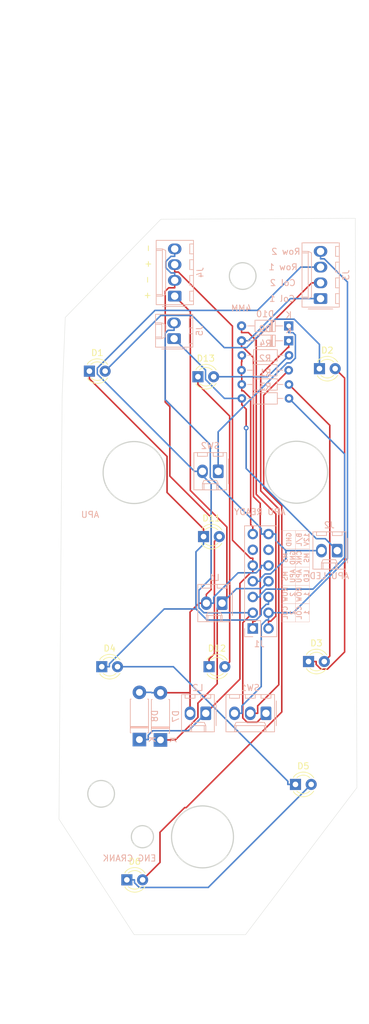
<source format=kicad_pcb>
(kicad_pcb (version 20221018) (generator pcbnew)
  (layers (0 "F.Cu" signal) (31 "B.Cu" signal) (34 "B.Paste" user) (35 "F.Paste" user) (36 "B.SilkS" user "B.Silkscreen") (37 "F.SilkS" user "F.Silkscreen") (38 "B.Mask" user) (39 "F.Mask" user) (44 "Edge.Cuts" user))
  (net 0 "")
  (net 1 "Net-(D1-Pad2)")
  (net 2 "Net-(D2-Pad2)")
  (net 3 "Net-(D3-Pad2)")
  (net 4 "Net-(D5-Pad2)")
  (net 5 "Net-(D6-Pad2)")
  (net 6 "/BACKLIGHT_GND")
  (net 7 "Net-(D4-Pad2)")
  (net 8 "/APU_MAG_SW")
  (net 9 "/MAG_GND")
  (net 10 "/CRANK_MAG_SW")
  (net 11 "/Col1")
  (net 12 "/Col2")
  (net 13 "/Row1")
  (net 14 "/Row2")
  (net 15 "/APU_LED_RES")
  (net 16 "GND")
  (net 19 "/BACKLIGHT_12V")
  (net 20 "/APU_LED")
  (net 21 "Net-(D9-Pad1)")
  (net 22 "Net-(D10-Pad1)")
  (net 23 "Net-(D11-Pad2)")
  (net 24 "Net-(R4-Pad1)")
  (net 25 "Net-(D12-Pad2)")
  (footprint "LED_THT:LED_D3.0mm_FlatTop" (layer "F.Cu") (at 58.775 78.85)
    (fp_text reference "D1" (at 1.27 -2.96) (layer "F.SilkS"))
    (fp_text value "LED")
    (pad "1" thru_hole rect (at 0 0) (size 1.8 1.8) (drill 0.9) (layers "*.Cu" "*.Mask") (net 6 "/BACKLIGHT_GND"))
    (pad "2" thru_hole circle (at 2.54 0) (size 1.8 1.8) (drill 0.9) (layers "*.Cu" "*.Mask") (net 1 "Net-(D1-Pad2)"))
  )
  (footprint "LED_THT:LED_D3.0mm_FlatTop" (layer "F.Cu") (at 76.3 79.75)
    (fp_text reference "D13" (at 1.27 -2.96) (layer "F.SilkS"))
    (fp_text value "LED")
    (pad "1" thru_hole rect (at 0 0) (size 1.8 1.8) (drill 0.9) (layers "*.Cu" "*.Mask") (net 25 "Net-(D12-Pad2)"))
    (pad "2" thru_hole circle (at 2.54 0) (size 1.8 1.8) (drill 0.9) (layers "*.Cu" "*.Mask") (net 24 "Net-(R4-Pad1)"))
  )
  (footprint "LED_THT:LED_D3.0mm_FlatTop" (layer "F.Cu") (at 92.05 145.55)
    (fp_text reference "D5" (at 1.27 -2.96) (layer "F.SilkS"))
    (fp_text value "LED")
    (pad "1" thru_hole rect (at 0 0) (size 1.8 1.8) (drill 0.9) (layers "*.Cu" "*.Mask") (net 7 "Net-(D4-Pad2)"))
    (pad "2" thru_hole circle (at 2.54 0) (size 1.8 1.8) (drill 0.9) (layers "*.Cu" "*.Mask") (net 4 "Net-(D5-Pad2)"))
  )
  (footprint "LED_THT:LED_D3.0mm_FlatTop" (layer "F.Cu") (at 94.165 125.715)
    (fp_text reference "D3" (at 1.27 -2.96) (layer "F.SilkS"))
    (fp_text value "LED")
    (pad "1" thru_hole rect (at 0 0) (size 1.8 1.8) (drill 0.9) (layers "*.Cu" "*.Mask") (net 2 "Net-(D2-Pad2)"))
    (pad "2" thru_hole circle (at 2.54 0) (size 1.8 1.8) (drill 0.9) (layers "*.Cu" "*.Mask") (net 3 "Net-(D3-Pad2)"))
  )
  (footprint "LED_THT:LED_D3.0mm_FlatTop" (layer "F.Cu") (at 78.1 126.55)
    (fp_text reference "D12" (at 1.27 -2.96) (layer "F.SilkS"))
    (fp_text value "LED")
    (pad "1" thru_hole rect (at 0 0) (size 1.8 1.8) (drill 0.9) (layers "*.Cu" "*.Mask") (net 23 "Net-(D11-Pad2)"))
    (pad "2" thru_hole circle (at 2.54 0) (size 1.8 1.8) (drill 0.9) (layers "*.Cu" "*.Mask") (net 25 "Net-(D12-Pad2)"))
  )
  (footprint "LED_THT:LED_D3.0mm_FlatTop" (layer "F.Cu") (at 64.825 160.95)
    (fp_text reference "D6" (at 1.27 -2.96) (layer "F.SilkS"))
    (fp_text value "LED")
    (pad "1" thru_hole rect (at 0 0) (size 1.8 1.8) (drill 0.9) (layers "*.Cu" "*.Mask") (net 4 "Net-(D5-Pad2)"))
    (pad "2" thru_hole circle (at 2.54 0) (size 1.8 1.8) (drill 0.9) (layers "*.Cu" "*.Mask") (net 5 "Net-(D6-Pad2)"))
  )
  (footprint "LED_THT:LED_D3.0mm_FlatTop" (layer "F.Cu") (at 95.925 78.45)
    (fp_text reference "D2" (at 1.27 -2.96) (layer "F.SilkS"))
    (fp_text value "LED")
    (pad "1" thru_hole rect (at 0 0) (size 1.8 1.8) (drill 0.9) (layers "*.Cu" "*.Mask") (net 1 "Net-(D1-Pad2)"))
    (pad "2" thru_hole circle (at 2.54 0) (size 1.8 1.8) (drill 0.9) (layers "*.Cu" "*.Mask") (net 2 "Net-(D2-Pad2)"))
  )
  (footprint "LED_THT:LED_D3.0mm_FlatTop" (layer "F.Cu") (at 77.21 105.55)
    (fp_text reference "D11" (at 1.27 -2.96) (layer "F.SilkS"))
    (fp_text value "LED")
    (pad "1" thru_hole rect (at 0 0) (size 1.8 1.8) (drill 0.9) (layers "*.Cu" "*.Mask") (net 6 "/BACKLIGHT_GND"))
    (pad "2" thru_hole circle (at 2.54 0) (size 1.8 1.8) (drill 0.9) (layers "*.Cu" "*.Mask") (net 23 "Net-(D11-Pad2)"))
  )
  (footprint "LED_THT:LED_D3.0mm_FlatTop" (layer "F.Cu") (at 60.775 126.55)
    (fp_text reference "D4" (at 1.27 -2.96) (layer "F.SilkS"))
    (fp_text value "LED")
    (pad "1" thru_hole rect (at 0 0) (size 1.8 1.8) (drill 0.9) (layers "*.Cu" "*.Mask") (net 6 "/BACKLIGHT_GND"))
    (pad "2" thru_hole circle (at 2.54 0) (size 1.8 1.8) (drill 0.9) (layers "*.Cu" "*.Mask") (net 7 "Net-(D4-Pad2)"))
  )
  (footprint "Diode_THT:D_DO-34_SOD68_P7.62mm_Horizontal" (layer "B.Cu") (at 90.965 71.55 180)
    (fp_text reference "D10" (at 3.81 1.92) (layer "B.SilkS") (effects (justify mirror)))
    (fp_text value "D")
    (fp_text user "K" (at 0 1.75) (layer "B.SilkS") (effects (justify mirror)))
    (pad "1" thru_hole rect (at 0 0 180) (size 1.5 1.5) (drill 0.75) (layers "*.Cu" "*.Mask") (net 22 "Net-(D10-Pad1)"))
    (pad "2" thru_hole oval (at 7.62 0 180) (size 1.5 1.5) (drill 0.75) (layers "*.Cu" "*.Mask") (net 12 "/Col2"))
  )
  (footprint "Connector_PinHeader_2.54mm:PinHeader_2x07_P2.54mm_Vertical" (layer "B.Cu") (at 85.16 120.38)
    (fp_text reference "J1" (at 1.05 2.5) (layer "B.SilkS") (effects (justify mirror)))
    (fp_text value "Conn_02x07_Top_Bottom")
    (pad "1" thru_hole rect (at 0 0) (size 1.7 1.7) (drill 1) (layers "*.Cu" "*.Mask") (net 11 "/Col1"))
    (pad "2" thru_hole oval (at 2.54 0) (size 1.7 1.7) (drill 1) (layers "*.Cu" "*.Mask") (net 12 "/Col2"))
    (pad "3" thru_hole oval (at 0 -2.54) (size 1.7 1.7) (drill 1) (layers "*.Cu" "*.Mask") (net 13 "/Row1"))
    (pad "4" thru_hole oval (at 2.54 -2.54) (size 1.7 1.7) (drill 1) (layers "*.Cu" "*.Mask") (net 14 "/Row2"))
    (pad "5" thru_hole oval (at 0 -5.08) (size 1.7 1.7) (drill 1) (layers "*.Cu" "*.Mask") (net 15 "/APU_LED_RES"))
    (pad "6" thru_hole oval (at 2.54 -5.08) (size 1.7 1.7) (drill 1) (layers "*.Cu" "*.Mask") (net 6 "/BACKLIGHT_GND"))
    (pad "7" thru_hole oval (at 0 -7.62) (size 1.7 1.7) (drill 1) (layers "*.Cu" "*.Mask") (net 16 "GND"))
    (pad "8" thru_hole oval (at 2.54 -7.62) (size 1.7 1.7) (drill 1) (layers "*.Cu" "*.Mask") (net 8 "/APU_MAG_SW"))
    (pad "9" thru_hole oval (at 0 -10.16) (size 1.7 1.7) (drill 1) (layers "*.Cu" "*.Mask") (net 10 "/CRANK_MAG_SW"))
    (pad "10" thru_hole oval (at 2.54 -10.16) (size 1.7 1.7) (drill 1) (layers "*.Cu" "*.Mask") (net 9 "/MAG_GND"))
    (pad "11" thru_hole oval (at 0 -12.7) (size 1.7 1.7) (drill 1) (layers "*.Cu" "*.Mask"))
    (pad "12" thru_hole oval (at 2.54 -12.7) (size 1.7 1.7) (drill 1) (layers "*.Cu" "*.Mask"))
    (pad "13" thru_hole oval (at 0 -15.24) (size 1.7 1.7) (drill 1) (layers "*.Cu" "*.Mask") (net 19 "/BACKLIGHT_12V"))
    (pad "14" thru_hole oval (at 2.54 -15.24) (size 1.7 1.7) (drill 1) (layers "*.Cu" "*.Mask") (net 16 "GND"))
  )
  (footprint "Diode_THT:D_DO-34_SOD68_P7.62mm_Horizontal" (layer "B.Cu") (at 90.965 73.95 180)
    (fp_text reference "D9" (at 3.81 1.92) (layer "B.SilkS") (effects (justify mirror)))
    (fp_text value "D")
    (fp_text user "K" (at 0 1.75) (layer "B.SilkS") (effects (justify mirror)))
    (pad "1" thru_hole rect (at 0 0 180) (size 1.5 1.5) (drill 0.75) (layers "*.Cu" "*.Mask") (net 21 "Net-(D9-Pad1)"))
    (pad "2" thru_hole oval (at 7.62 0 180) (size 1.5 1.5) (drill 0.75) (layers "*.Cu" "*.Mask") (net 11 "/Col1"))
  )
  (footprint "Resistor_THT:R_Axial_DIN0204_L3.6mm_D1.6mm_P7.62mm_Horizontal" (layer "B.Cu") (at 91 81 180)
    (fp_text reference "R1" (at 3.81 1.92) (layer "B.SilkS") (effects (justify mirror)))
    (fp_text value "R")
    (pad "1" thru_hole circle (at 0 0 180) (size 1.4 1.4) (drill 0.7) (layers "*.Cu" "*.Mask") (net 3 "Net-(D3-Pad2)"))
    (pad "2" thru_hole oval (at 7.62 0 180) (size 1.4 1.4) (drill 0.7) (layers "*.Cu" "*.Mask") (net 19 "/BACKLIGHT_12V"))
  )
  (footprint "Resistor_THT:R_Axial_DIN0204_L3.6mm_D1.6mm_P7.62mm_Horizontal" (layer "B.Cu") (at 91.01 76.3 180)
    (fp_text reference "R4" (at 3.81 1.92) (layer "B.SilkS") (effects (justify mirror)))
    (fp_text value "R")
    (pad "1" thru_hole circle (at 0 0 180) (size 1.4 1.4) (drill 0.7) (layers "*.Cu" "*.Mask") (net 24 "Net-(R4-Pad1)"))
    (pad "2" thru_hole oval (at 7.62 0 180) (size 1.4 1.4) (drill 0.7) (layers "*.Cu" "*.Mask") (net 19 "/BACKLIGHT_12V"))
  )
  (footprint "Connector_Molex:Molex_KK-254_AE-6410-04A_1x04_P2.54mm_Vertical" (layer "B.Cu") (at 96.1 67.14 90)
    (fp_text reference "J3" (at 3.81 4.12 90) (layer "B.SilkS") (effects (justify mirror)))
    (fp_text value "Switch Inputs")
    (pad "1" thru_hole roundrect (at 0 0 90) (size 1.74 2.19) (drill 1.19) (layers "*.Cu" "*.Mask") (roundrect_rratio 0.143678) (net 11 "/Col1"))
    (pad "2" thru_hole oval (at 2.54 0 90) (size 1.74 2.19) (drill 1.19) (layers "*.Cu" "*.Mask") (net 12 "/Col2"))
    (pad "3" thru_hole oval (at 5.08 0 90) (size 1.74 2.19) (drill 1.19) (layers "*.Cu" "*.Mask") (net 13 "/Row1"))
    (pad "4" thru_hole oval (at 7.62 0 90) (size 1.74 2.19) (drill 1.19) (layers "*.Cu" "*.Mask") (net 14 "/Row2"))
  )
  (footprint "Connector_Molex:Molex_KK-254_AE-6410-03A_1x03_P2.54mm_Vertical" (layer "B.Cu") (at 87.29 134.07 180)
    (fp_text reference "SW1" (at 2.54 4.12) (layer "B.SilkS") (effects (justify mirror)))
    (fp_text value "ENG CRANK")
    (pad "1" thru_hole roundrect (at 0 0 180) (size 1.74 2.19) (drill 1.19) (layers "*.Cu" "*.Mask") (roundrect_rratio 0.143678) (net 13 "/Row1"))
    (pad "2" thru_hole oval (at 2.54 0 180) (size 1.74 2.19) (drill 1.19) (layers "*.Cu" "*.Mask") (net 21 "Net-(D9-Pad1)"))
    (pad "3" thru_hole oval (at 5.08 0 180) (size 1.74 2.19) (drill 1.19) (layers "*.Cu" "*.Mask") (net 14 "/Row2"))
  )
  (footprint "Resistor_THT:R_Axial_DIN0204_L3.6mm_D1.6mm_P7.62mm_Horizontal" (layer "B.Cu") (at 90.96 78.7 180)
    (fp_text reference "R2" (at 3.81 1.92) (layer "B.SilkS") (effects (justify mirror)))
    (fp_text value "R")
    (pad "1" thru_hole circle (at 0 0 180) (size 1.4 1.4) (drill 0.7) (layers "*.Cu" "*.Mask") (net 5 "Net-(D6-Pad2)"))
    (pad "2" thru_hole oval (at 7.62 0 180) (size 1.4 1.4) (drill 0.7) (layers "*.Cu" "*.Mask") (net 19 "/BACKLIGHT_12V"))
  )
  (footprint "Diode_THT:D_DO-41_SOD81_P7.62mm_Horizontal" (layer "B.Cu") (at 70.25 138.37 90)
    (fp_text reference "D7" (at 3.81 2.47 270) (layer "B.SilkS") (effects (justify mirror)))
    (fp_text value "D")
    (fp_text user "K" (at 0 2.1 270) (layer "B.SilkS") (effects (justify mirror)))
    (pad "1" thru_hole rect (at 0 0 90) (size 2.2 2.2) (drill 1.1) (layers "*.Cu" "*.Mask") (net 8 "/APU_MAG_SW"))
    (pad "2" thru_hole oval (at 7.62 0 90) (size 2.2 2.2) (drill 1.1) (layers "*.Cu" "*.Mask") (net 9 "/MAG_GND"))
  )
  (footprint "Diode_THT:D_DO-41_SOD81_P7.62mm_Horizontal" (layer "B.Cu") (at 66.85 138.31 90)
    (fp_text reference "D8" (at 3.81 2.47 270) (layer "B.SilkS") (effects (justify mirror)))
    (fp_text value "D")
    (fp_text user "K" (at 0 2.1 270) (layer "B.SilkS") (effects (justify mirror)))
    (pad "1" thru_hole rect (at 0 0 90) (size 2.2 2.2) (drill 1.1) (layers "*.Cu" "*.Mask") (net 10 "/CRANK_MAG_SW"))
    (pad "2" thru_hole oval (at 7.62 0 90) (size 2.2 2.2) (drill 1.1) (layers "*.Cu" "*.Mask") (net 9 "/MAG_GND"))
  )
  (footprint "Connector_Molex:Molex_KK-254_AE-6410-02A_1x02_P2.54mm_Vertical" (layer "B.Cu") (at 72.45 73.6 90)
    (fp_text reference "J5" (at 1.27 4.12 90) (layer "B.SilkS") (effects (justify mirror)))
    (fp_text value "Ready LED In")
    (pad "1" thru_hole roundrect (at 0 0 90) (size 1.74 2.19) (drill 1.19) (layers "*.Cu" "*.Mask") (roundrect_rratio 0.143678) (net 20 "/APU_LED"))
    (pad "2" thru_hole oval (at 2.54 0 90) (size 1.74 2.19) (drill 1.19) (layers "*.Cu" "*.Mask") (net 16 "GND"))
  )
  (footprint "Connector_Molex:Molex_KK-254_AE-6410-02A_1x02_P2.54mm_Vertical" (layer "B.Cu") (at 80.2 116.3 180)
    (fp_text reference "L1" (at 1.27 4.12) (layer "B.SilkS") (effects (justify mirror)))
    (fp_text value "APU Coil")
    (pad "1" thru_hole roundrect (at 0 0 180) (size 1.74 2.19) (drill 1.19) (layers "*.Cu" "*.Mask") (roundrect_rratio 0.143678) (net 8 "/APU_MAG_SW"))
    (pad "2" thru_hole oval (at 2.54 0 180) (size 1.74 2.19) (drill 1.19) (layers "*.Cu" "*.Mask") (net 9 "/MAG_GND"))
  )
  (footprint "Connector_Molex:Molex_KK-254_AE-6410-02A_1x02_P2.54mm_Vertical" (layer "B.Cu") (at 98.79 107.815 180)
    (fp_text reference "J2" (at 1.27 4.12) (layer "B.SilkS") (effects (justify mirror)))
    (fp_text value "APU LED" (at 1.27 -4.08) (layer "B.SilkS") (effects (justify mirror)))
    (pad "1" thru_hole roundrect (at 0 0 180) (size 1.74 2.19) (drill 1.19) (layers "*.Cu" "*.Mask") (roundrect_rratio 0.143678) (net 20 "/APU_LED"))
    (pad "2" thru_hole oval (at 2.54 0 180) (size 1.74 2.19) (drill 1.19) (layers "*.Cu" "*.Mask") (net 16 "GND"))
  )
  (footprint "Connector_Molex:Molex_KK-254_AE-6410-02A_1x02_P2.54mm_Vertical" (layer "B.Cu") (at 77.57 134.07 180)
    (fp_text reference "L2" (at 1.27 4.12) (layer "B.SilkS") (effects (justify mirror)))
    (fp_text value "Crank Coil")
    (pad "1" thru_hole roundrect (at 0 0 180) (size 1.74 2.19) (drill 1.19) (layers "*.Cu" "*.Mask") (roundrect_rratio 0.143678) (net 10 "/CRANK_MAG_SW"))
    (pad "2" thru_hole oval (at 2.54 0 180) (size 1.74 2.19) (drill 1.19) (layers "*.Cu" "*.Mask") (net 9 "/MAG_GND"))
  )
  (footprint "Resistor_THT:R_Axial_DIN0204_L3.6mm_D1.6mm_P7.62mm_Horizontal" (layer "B.Cu") (at 91.01 83.25 180)
    (fp_text reference "R3" (at 3.81 1.92) (layer "B.SilkS") (effects (justify mirror)))
    (fp_text value "R")
    (pad "1" thru_hole circle (at 0 0 180) (size 1.4 1.4) (drill 0.7) (layers "*.Cu" "*.Mask") (net 15 "/APU_LED_RES"))
    (pad "2" thru_hole oval (at 7.62 0 180) (size 1.4 1.4) (drill 0.7) (layers "*.Cu" "*.Mask") (net 20 "/APU_LED"))
  )
  (footprint "Connector_Molex:Molex_KK-254_AE-6410-02A_1x02_P2.54mm_Vertical" (layer "B.Cu") (at 79.57 95.02 180)
    (fp_text reference "SW2" (at 1.27 4.12) (layer "B.SilkS") (effects (justify mirror)))
    (fp_text value "APU")
    (pad "1" thru_hole roundrect (at 0 0 180) (size 1.74 2.19) (drill 1.19) (layers "*.Cu" "*.Mask") (roundrect_rratio 0.143678) (net 22 "Net-(D10-Pad1)"))
    (pad "2" thru_hole oval (at 2.54 0 180) (size 1.74 2.19) (drill 1.19) (layers "*.Cu" "*.Mask") (net 13 "/Row1"))
  )
  (footprint "Connector_Molex:Molex_KK-254_AE-6410-04A_1x04_P2.54mm_Vertical" (layer "B.Cu") (at 72.55 66.74 90)
    (fp_text reference "J4" (at 3.81 4.12 90) (layer "B.SilkS") (effects (justify mirror)))
    (fp_text value "Coil Inputs")
    (pad "1" thru_hole roundrect (at 0 0 90) (size 1.74 2.19) (drill 1.19) (layers "*.Cu" "*.Mask") (roundrect_rratio 0.143678) (net 8 "/APU_MAG_SW"))
    (pad "2" thru_hole oval (at 2.54 0 90) (size 1.74 2.19) (drill 1.19) (layers "*.Cu" "*.Mask") (net 9 "/MAG_GND"))
    (pad "3" thru_hole oval (at 5.08 0 90) (size 1.74 2.19) (drill 1.19) (layers "*.Cu" "*.Mask") (net 10 "/CRANK_MAG_SW"))
    (pad "4" thru_hole oval (at 7.62 0 90) (size 1.74 2.19) (drill 1.19) (layers "*.Cu" "*.Mask") (net 9 "/MAG_GND"))
  )
  (gr_rect (start 89.8 116.375) (end 92.05 119.325) (stroke (width 0.05)) (fill none) (layer "B.SilkS"))
  (gr_rect (start 89.8 113.425) (end 92.05 116.375) (stroke (width 0.05)) (fill none) (layer "B.SilkS"))
  (gr_rect (start 92.05 107.525) (end 94.3 110.475) (stroke (width 0.05)) (fill none) (layer "B.SilkS"))
  (gr_rect (start 92.05 113.425) (end 94.3 116.375) (stroke (width 0.05)) (fill none) (layer "B.SilkS"))
  (gr_rect (start 92.05 104.575) (end 94.3 107.525) (stroke (width 0.05)) (fill none) (layer "B.SilkS"))
  (gr_rect (start 89.8 104.575) (end 92.05 107.525) (stroke (width 0.05)) (fill none) (layer "B.SilkS"))
  (gr_rect (start 89.8 107.525) (end 92.05 110.475) (stroke (width 0.05)) (fill none) (layer "B.SilkS"))
  (gr_rect (start 92.05 110.475) (end 94.3 113.425) (stroke (width 0.05)) (fill none) (layer "B.SilkS"))
  (gr_rect (start 89.8 110.475) (end 92.05 113.425) (stroke (width 0.05)) (fill none) (layer "B.SilkS"))
  (gr_rect (start 92.05 116.375) (end 94.3 119.325) (stroke (width 0.05)) (fill none) (layer "B.SilkS"))
  (gr_circle (center 60.67 147.066001) (end 62.82265 147.066001) (stroke (width 0.2)) (fill none) (layer "Edge.Cuts"))
  (gr_line (start 101.970401 146.0754) (end 101.716401 54.1782) (stroke (width 0.05)) (layer "Edge.Cuts"))
  (gr_line (start 70.322001 54.3306) (end 54.878801 70.1802) (stroke (width 0.05)) (layer "Edge.Cuts"))
  (gr_circle (center 83.53 63.500001) (end 85.68265 63.500001) (stroke (width 0.2)) (fill none) (layer "Edge.Cuts"))
  (gr_line (start 101.716401 54.1782) (end 70.322001 54.3306) (stroke (width 0.05)) (layer "Edge.Cuts"))
  (gr_line (start 54.370801 82.9818) (end 53.862801 151.1554) (stroke (width 0.05)) (layer "Edge.Cuts"))
  (gr_line (start 53.862801 151.1554) (end 66.004001 169.799) (stroke (width 0.05)) (layer "Edge.Cuts"))
  (gr_circle (center 92.240001 95.165) (end 97.240001 95.165) (stroke (width 0.2)) (fill none) (layer "Edge.Cuts"))
  (gr_circle (center 67.337501 153.987501) (end 69.123501 153.987501) (stroke (width 0.2)) (fill none) (layer "Edge.Cuts"))
  (gr_line (start 54.878801 70.1802) (end 54.370801 82.9818) (stroke (width 0.05)) (layer "Edge.Cuts"))
  (gr_circle (center 77.040001 154.015) (end 82.040001 154.015) (stroke (width 0.2)) (fill none) (layer "Edge.Cuts"))
  (gr_line (start 66.004001 169.799) (end 83.987201 169.799) (stroke (width 0.05)) (layer "Edge.Cuts"))
  (gr_line (start 83.987201 169.799) (end 101.970401 146.0754) (stroke (width 0.05)) (layer "Edge.Cuts"))
  (gr_circle (center 65.990001 95.215) (end 70.990001 95.215) (stroke (width 0.2)) (fill none) (layer "Edge.Cuts"))
  (gr_text "ENG CRANK" (at 65.240001 157.465) (layer "B.SilkS") (effects (font (size 1 1)) (justify mirror)))
  (gr_text "Col 1" (at 89.9 67.15) (layer "B.SilkS") (effects (font (size 1 1)) (justify mirror)))
  (gr_text "CNK\nMS" (at 93.25 108.975 90) (layer "B.SilkS") (effects (font (size 0.75 0.75)) (justify mirror)))
  (gr_text "MS\nGND" (at 91 108.975 90) (layer "B.SilkS") (effects (font (size 0.75 0.75)) (justify mirror)))
  (gr_text "COL\n1" (at 93.25 117.825 90) (layer "B.SilkS") (effects (font (size 0.75 0.75)) (justify mirror)))
  (gr_text "GND" (at 91 106.025 90) (layer "B.SilkS") (effects (font (size 0.75 0.75)) (justify mirror)))
  (gr_text "B/L\n12V" (at 93.25 106.025 90) (layer "B.SilkS") (effects (font (size 0.75 0.75)) (justify mirror)))
  (gr_text "MS\nAPU" (at 91 111.925 90) (layer "B.SilkS") (effects (font (size 0.75 0.75)) (justify mirror)))
  (gr_text "APU READY" (at 86.290001 101.565) (layer "B.SilkS") (effects (font (size 1 1)) (justify mirror)))
  (gr_text "Col 2" (at 90 64.6) (layer "B.SilkS") (effects (font (size 1 1)) (justify mirror)))
  (gr_text "Row 1" (at 90.05 62.05) (layer "B.SilkS") (effects (font (size 1 1)) (justify mirror)))
  (gr_text "ROW\n2" (at 91 114.875 90) (layer "B.SilkS") (effects (font (size 0.75 0.75)) (justify mirror)))
  (gr_text "4MM" (at 83.290001 68.715) (layer "B.SilkS") (effects (font (size 1 1)) (justify mirror)))
  (gr_text "APU\nLED" (at 93.25 111.925 90) (layer "B.SilkS") (effects (font (size 0.75 0.75)) (justify mirror)))
  (gr_text "COL\n2" (at 91 117.825 90) (layer "B.SilkS") (effects (font (size 0.75 0.75)) (justify mirror)))
  (gr_text "Row 2" (at 90.5 59.55) (layer "B.SilkS") (effects (font (size 1 1)) (justify mirror)))
  (gr_text "ROW\n1" (at 93.25 114.875 90) (layer "B.SilkS") (effects (font (size 0.75 0.75)) (justify mirror)))
  (gr_text "APU" (at 58.890001 102.015) (layer "B.SilkS") (effects (font (size 1 1)) (justify mirror)))
  (gr_text "+" (at 68.227 61.56 90) (layer "F.SilkS") (effects (font (size 1 1))))
  (gr_text "-" (at 68.1 64.1 90) (layer "F.SilkS") (effects (font (size 1 1))))
  (gr_text "-" (at 68.227 59.02 90) (layer "F.SilkS") (effects (font (size 1 1))))
  (gr_text "+" (at 68.1 66.64 90) (layer "F.SilkS") (effects (font (size 1 1))))
  (segment (start 95.925 78.45) (end 95.925 74.5377) (width 0.25) (layer "B.Cu") (net 1))
  (segment (start 80.5551 75.0554) (end 75.3627 69.863) (width 0.25) (layer "B.Cu") (net 1))
  (segment (start 70.302 69.863) (end 61.315 78.85) (width 0.25) (layer "B.Cu") (net 1))
  (segment (start 95.925 74.5377) (end 91.85 70.4627) (width 0.25) (layer "B.Cu") (net 1))
  (segment (start 75.3627 69.863) (end 70.302 69.863) (width 0.25) (layer "B.Cu") (net 1))
  (segment (start 84.1651 75.0554) (end 80.5551 75.0554) (width 0.25) (layer "B.Cu") (net 1))
  (segment (start 91.85 70.4627) (end 88.7578 70.4627) (width 0.25) (layer "B.Cu") (net 1))
  (segment (start 88.7578 70.4627) (end 84.1651 75.0554) (width 0.25) (layer "B.Cu") (net 1))
  (segment (start 98.465 78.45) (end 99.9885 79.9735) (width 0.25) (layer "F.Cu") (net 2))
  (segment (start 99.9885 79.9735) (end 99.9885 124.1696) (width 0.25) (layer "F.Cu") (net 2))
  (segment (start 95.3903 126.1746) (end 95.3903 125.715) (width 0.25) (layer "F.Cu") (net 2))
  (segment (start 96.156 126.9403) (end 95.3903 126.1746) (width 0.25) (layer "F.Cu") (net 2))
  (segment (start 99.9885 124.1696) (end 97.2178 126.9403) (width 0.25) (layer "F.Cu") (net 2))
  (segment (start 97.2178 126.9403) (end 96.156 126.9403) (width 0.25) (layer "F.Cu") (net 2))
  (segment (start 94.165 125.715) (end 95.3903 125.715) (width 0.25) (layer "F.Cu") (net 2))
  (segment (start 97.5936 87.5936) (end 97.5936 124.8264) (width 0.25) (layer "F.Cu") (net 3))
  (segment (start 91 81) (end 97.5936 87.5936) (width 0.25) (layer "F.Cu") (net 3))
  (segment (start 97.5936 124.8264) (end 96.705 125.715) (width 0.25) (layer "F.Cu") (net 3))
  (segment (start 64.825 160.95) (end 66.0503 160.95) (width 0.25) (layer "B.Cu") (net 4))
  (segment (start 66.8174 162.1766) (end 77.9634 162.1766) (width 0.25) (layer "B.Cu") (net 4))
  (segment (start 77.9634 162.1766) (end 94.59 145.55) (width 0.25) (layer "B.Cu") (net 4))
  (segment (start 66.0503 161.4095) (end 66.8174 162.1766) (width 0.25) (layer "B.Cu") (net 4))
  (segment (start 66.0503 160.95) (end 66.0503 161.4095) (width 0.25) (layer "B.Cu") (net 4))
  (segment (start 89.8406 100.6171) (end 89.8406 133.8583) (width 0.25) (layer "F.Cu") (net 5))
  (segment (start 86.9127 97.6892) (end 89.8406 100.6171) (width 0.25) (layer "F.Cu") (net 5))
  (segment (start 90.96 78.7) (end 86.9127 82.7473) (width 0.25) (layer "F.Cu") (net 5))
  (segment (start 70.176 153.2704) (end 70.176 158.139) (width 0.25) (layer "F.Cu") (net 5))
  (segment (start 86.9127 82.7473) (end 86.9127 97.6892) (width 0.25) (layer "F.Cu") (net 5))
  (segment (start 74.1583 149.2881) (end 70.176 153.2704) (width 0.25) (layer "F.Cu") (net 5))
  (segment (start 74.4108 149.2881) (end 74.1583 149.2881) (width 0.25) (layer "F.Cu") (net 5))
  (segment (start 89.8406 133.8583) (end 74.4108 149.2881) (width 0.25) (layer "F.Cu") (net 5))
  (segment (start 70.176 158.139) (end 67.365 160.95) (width 0.25) (layer "F.Cu") (net 5))
  (segment (start 71.3154 98.4301) (end 71.3154 92.6157) (width 0.25) (layer "F.Cu") (net 6))
  (segment (start 77.21 105.55) (end 77.21 104.3247) (width 0.25) (layer "F.Cu") (net 6))
  (segment (start 77.21 104.3247) (end 71.3154 98.4301) (width 0.25) (layer "F.Cu") (net 6))
  (segment (start 71.3154 92.6157) (end 58.775 80.0753) (width 0.25) (layer "F.Cu") (net 6))
  (segment (start 58.775 78.85) (end 58.775 80.0753) (width 0.25) (layer "F.Cu") (net 6))
  (segment (start 60.775 126.55) (end 62.0003 126.55) (width 0.25) (layer "B.Cu") (net 6))
  (segment (start 77.21 105.55) (end 77.21 106.7753) (width 0.25) (layer "B.Cu") (net 6))
  (segment (start 62.0003 126.0905) (end 70.8591 117.2317) (width 0.25) (layer "B.Cu") (net 6))
  (segment (start 75.9847 108.0006) (end 77.21 106.7753) (width 0.25) (layer "B.Cu") (net 6))
  (segment (start 85.7092 119.019) (end 77.772 119.019) (width 0.25) (layer "B.Cu") (net 6))
  (segment (start 62.0003 126.55) (end 62.0003 126.0905) (width 0.25) (layer "B.Cu") (net 6))
  (segment (start 77.772 119.019) (end 75.9847 117.2317) (width 0.25) (layer "B.Cu") (net 6))
  (segment (start 75.9847 117.2317) (end 75.9847 108.0006) (width 0.25) (layer "B.Cu") (net 6))
  (segment (start 87.7 115.3) (end 87.7 116.4753) (width 0.25) (layer "B.Cu") (net 6))
  (segment (start 86.5247 118.2035) (end 85.7092 119.019) (width 0.25) (layer "B.Cu") (net 6))
  (segment (start 70.8591 117.2317) (end 75.9847 117.2317) (width 0.25) (layer "B.Cu") (net 6))
  (segment (start 86.5247 117.2832) (end 86.5247 118.2035) (width 0.25) (layer "B.Cu") (net 6))
  (segment (start 87.7 116.4753) (end 87.3326 116.4753) (width 0.25) (layer "B.Cu") (net 6))
  (segment (start 87.3326 116.4753) (end 86.5247 117.2832) (width 0.25) (layer "B.Cu") (net 6))
  (segment (start 92.05 145.55) (end 90.8247 145.55) (width 0.25) (layer "B.Cu") (net 7))
  (segment (start 90.8247 145.0433) (end 90.8247 145.55) (width 0.25) (layer "B.Cu") (net 7))
  (segment (start 72.3314 126.55) (end 90.8247 145.0433) (width 0.25) (layer "B.Cu") (net 7))
  (segment (start 63.315 126.55) (end 72.3314 126.55) (width 0.25) (layer "B.Cu") (net 7))
  (segment (start 79.4146 129.3069) (end 76.2995 132.422) (width 0.25) (layer "F.Cu") (net 8))
  (segment (start 80.9753 103.9997) (end 80.9753 115.5247) (width 0.25) (layer "F.Cu") (net 8))
  (segment (start 76.2995 134.7253) (end 72.6548 138.37) (width 0.25) (layer "F.Cu") (net 8))
  (segment (start 75.0747 98.0991) (end 80.9753 103.9997) (width 0.25) (layer "F.Cu") (net 8))
  (segment (start 76.2995 132.422) (end 76.2995 134.7253) (width 0.25) (layer "F.Cu") (net 8))
  (segment (start 72.55 66.74) (end 75.0747 69.2647) (width 0.25) (layer "F.Cu") (net 8))
  (segment (start 79.4146 117.0854) (end 79.4146 129.3069) (width 0.25) (layer "F.Cu") (net 8))
  (segment (start 80.9753 115.5247) (end 80.2 116.3) (width 0.25) (layer "F.Cu") (net 8))
  (segment (start 75.0747 69.2647) (end 75.0747 98.0991) (width 0.25) (layer "F.Cu") (net 8))
  (segment (start 72.6548 138.37) (end 70.25 138.37) (width 0.25) (layer "F.Cu") (net 8))
  (segment (start 80.2 116.3) (end 79.4146 117.0854) (width 0.25) (layer "F.Cu") (net 8))
  (segment (start 80.2 116.3) (end 82.5543 113.9457) (width 0.25) (layer "B.Cu") (net 8))
  (segment (start 86.5143 113.9457) (end 87.7 112.76) (width 0.25) (layer "B.Cu") (net 8))
  (segment (start 82.5543 113.9457) (end 86.5143 113.9457) (width 0.25) (layer "B.Cu") (net 8))
  (segment (start 77.66 114.8797) (end 78.4353 114.1044) (width 0.25) (layer "F.Cu") (net 9))
  (segment (start 71.6753 130.75) (end 75.03 130.75) (width 0.25) (layer "F.Cu") (net 9))
  (segment (start 72.55 64.2) (end 72.55 65.3953) (width 0.25) (layer "F.Cu") (net 9))
  (segment (start 71.7657 84.5935) (end 71.0219 83.8497) (width 0.25) (layer "F.Cu") (net 9))
  (segment (start 75.03 130.75) (end 75.03 132.6497) (width 0.25) (layer "F.Cu") (net 9))
  (segment (start 71.7657 95.7864) (end 71.7657 84.5935) (width 0.25) (layer "F.Cu") (net 9))
  (segment (start 71.0219 65.9522) (end 71.5788 65.3953) (width 0.25) (layer "F.Cu") (net 9))
  (segment (start 78.4353 102.456) (end 71.7657 95.7864) (width 0.25) (layer "F.Cu") (net 9))
  (segment (start 75.03 134.07) (end 75.03 132.6497) (width 0.25) (layer "F.Cu") (net 9))
  (segment (start 77.66 116.3) (end 76.4647 116.3) (width 0.25) (layer "F.Cu") (net 9))
  (segment (start 70.25 130.75) (end 71.6753 130.75) (width 0.25) (layer "F.Cu") (net 9))
  (segment (start 78.4353 114.1044) (end 78.4353 102.456) (width 0.25) (layer "F.Cu") (net 9))
  (segment (start 71.5788 65.3953) (end 72.55 65.3953) (width 0.25) (layer "F.Cu") (net 9))
  (segment (start 75.03 130.75) (end 75.03 117.7347) (width 0.25) (layer "F.Cu") (net 9))
  (segment (start 75.03 117.7347) (end 76.4647 116.3) (width 0.25) (layer "F.Cu") (net 9))
  (segment (start 77.66 116.3) (end 77.66 114.8797) (width 0.25) (layer "F.Cu") (net 9))
  (segment (start 71.0219 83.8497) (end 71.0219 65.9522) (width 0.25) (layer "F.Cu") (net 9))
  (segment (start 72.55 60.3153) (end 71.9523 60.3153) (width 0.25) (layer "B.Cu") (net 9))
  (segment (start 71.1155 61.1521) (end 71.1155 62.1678) (width 0.25) (layer "B.Cu") (net 9))
  (segment (start 71.9523 60.3153) (end 71.1155 61.1521) (width 0.25) (layer "B.Cu") (net 9))
  (segment (start 68.7647 130.69) (end 68.8247 130.75) (width 0.25) (layer "B.Cu") (net 9))
  (segment (start 71.9524 63.0047) (end 72.55 63.0047) (width 0.25) (layer "B.Cu") (net 9))
  (segment (start 86.5247 110.5874) (end 86.5247 110.22) (width 0.25) (layer "B.Cu") (net 9))
  (segment (start 78.8553 116.3) (end 78.8553 115.3288) (width 0.25) (layer "B.Cu") (net 9))
  (segment (start 72.55 64.2) (end 72.55 63.0047) (width 0.25) (layer "B.Cu") (net 9))
  (segment (start 77.66 116.3) (end 78.8553 116.3) (width 0.25) (layer "B.Cu") (net 9))
  (segment (start 71.1155 62.1678) (end 71.9524 63.0047) (width 0.25) (layer "B.Cu") (net 9))
  (segment (start 85.7168 111.3953) (end 86.5247 110.5874) (width 0.25) (layer "B.Cu") (net 9))
  (segment (start 72.55 59.12) (end 72.55 60.3153) (width 0.25) (layer "B.Cu") (net 9))
  (segment (start 82.7888 111.3953) (end 85.7168 111.3953) (width 0.25) (layer "B.Cu") (net 9))
  (segment (start 87.7 110.22) (end 86.5247 110.22) (width 0.25) (layer "B.Cu") (net 9))
  (segment (start 66.85 130.69) (end 68.7647 130.69) (width 0.25) (layer "B.Cu") (net 9))
  (segment (start 78.8553 115.3288) (end 82.7888 111.3953) (width 0.25) (layer "B.Cu") (net 9))
  (segment (start 70.25 130.75) (end 68.8247 130.75) (width 0.25) (layer "B.Cu") (net 9))
  (segment (start 84.7927 109.0447) (end 85.16 109.0447) (width 0.25) (layer "F.Cu") (net 10))
  (segment (start 72.55 61.66) (end 72.55 62.8553) (width 0.25) (layer "F.Cu") (net 10))
  (segment (start 85.16 111.3953) (end 84.7926 111.3953) (width 0.25) (layer "F.Cu") (net 10))
  (segment (start 83.0841 128.5559) (end 77.57 134.07) (width 0.25) (layer "F.Cu") (net 10))
  (segment (start 85.16 110.22) (end 85.16 111.3953) (width 0.25) (layer "F.Cu") (net 10))
  (segment (start 84.7926 111.3953) (end 83.0841 113.1038) (width 0.25) (layer "F.Cu") (net 10))
  (segment (start 85.16 110.22) (end 85.16 109.0447) (width 0.25) (layer "F.Cu") (net 10))
  (segment (start 81.876 71.5837) (end 81.876 106.128) (width 0.25) (layer "F.Cu") (net 10))
  (segment (start 83.0841 113.1038) (end 83.0841 128.5559) (width 0.25) (layer "F.Cu") (net 10))
  (segment (start 73.1476 62.8553) (end 81.876 71.5837) (width 0.25) (layer "F.Cu") (net 10))
  (segment (start 81.876 106.128) (end 84.7927 109.0447) (width 0.25) (layer "F.Cu") (net 10))
  (segment (start 72.55 62.8553) (end 73.1476 62.8553) (width 0.25) (layer "F.Cu") (net 10))
  (segment (start 68.2753 137.5973) (end 68.2753 138.31) (width 0.25) (layer "B.Cu") (net 10))
  (segment (start 66.85 138.31) (end 68.2753 138.31) (width 0.25) (layer "B.Cu") (net 10))
  (segment (start 68.9879 136.8847) (end 68.2753 137.5973) (width 0.25) (layer "B.Cu") (net 10))
  (segment (start 77.57 134.07) (end 74.7553 136.8847) (width 0.25) (layer "B.Cu") (net 10))
  (segment (start 74.7553 136.8847) (end 68.9879 136.8847) (width 0.25) (layer "B.Cu") (net 10))
  (segment (start 86.3643 118.3677) (end 86.3643 100.1928) (width 0.25) (layer "F.Cu") (net 11))
  (segment (start 83.6138 75.0253) (end 83.345 75.0253) (width 0.25) (layer "F.Cu") (net 11))
  (segment (start 85.16 120.38) (end 85.16 119.2047) (width 0.25) (layer "F.Cu") (net 11))
  (segment (start 85.16 119.2047) (end 85.5273 119.2047) (width 0.25) (layer "F.Cu") (net 11))
  (segment (start 85.2662 99.0947) (end 85.2662 76.6777) (width 0.25) (layer "F.Cu") (net 11))
  (segment (start 85.5273 119.2047) (end 86.3643 118.3677) (width 0.25) (layer "F.Cu") (net 11))
  (segment (start 86.3643 100.1928) (end 85.2662 99.0947) (width 0.25) (layer "F.Cu") (net 11))
  (segment (start 85.2662 76.6777) (end 83.6138 75.0253) (width 0.25) (layer "F.Cu") (net 11))
  (segment (start 83.345 73.95) (end 83.345 75.0253) (width 0.25) (layer "F.Cu") (net 11))
  (segment (start 91.2303 67.14) (end 84.4203 73.95) (width 0.25) (layer "B.Cu") (net 11))
  (segment (start 83.345 73.95) (end 84.4203 73.95) (width 0.25) (layer "B.Cu") (net 11))
  (segment (start 96.1 67.14) (end 91.2303 67.14) (width 0.25) (layer "B.Cu") (net 11))
  (segment (start 88.0674 119.2047) (end 87.7 119.2047) (width 0.25) (layer "F.Cu") (net 12))
  (segment (start 83.345 71.55) (end 83.345 72.6253) (width 0.25) (layer "F.Cu") (net 12))
  (segment (start 88.8898 101.8955) (end 88.8898 118.3823) (width 0.25) (layer "F.Cu") (net 12))
  (segment (start 85.5501 73.7296) (end 84.4458 72.6253) (width 0.25) (layer "F.Cu") (net 12))
  (segment (start 94.6797 64.6) (end 85.5501 73.7296) (width 0.25) (layer "F.Cu") (net 12))
  (segment (start 85.5501 73.7296) (end 85.7165 73.896) (width 0.25) (layer "F.Cu") (net 12))
  (segment (start 87.7 120.38) (end 87.7 119.2047) (width 0.25) (layer "F.Cu") (net 12))
  (segment (start 88.8898 118.3823) (end 88.0674 119.2047) (width 0.25) (layer "F.Cu") (net 12))
  (segment (start 84.4458 72.6253) (end 83.345 72.6253) (width 0.25) (layer "F.Cu") (net 12))
  (segment (start 96.1 64.6) (end 94.6797 64.6) (width 0.25) (layer "F.Cu") (net 12))
  (segment (start 85.7165 98.7222) (end 88.8898 101.8955) (width 0.25) (layer "F.Cu") (net 12))
  (segment (start 85.7165 73.896) (end 85.7165 98.7222) (width 0.25) (layer "F.Cu") (net 12))
  (segment (start 84.2365 135.5134) (end 85.8466 135.5134) (width 0.25) (layer "F.Cu") (net 13))
  (segment (start 85.8466 135.5134) (end 87.29 134.07) (width 0.25) (layer "F.Cu") (net 13))
  (segment (start 83.5431 134.82) (end 84.2365 135.5134) (width 0.25) (layer "F.Cu") (net 13))
  (segment (start 83.5431 119.4569) (end 83.5431 134.82) (width 0.25) (layer "F.Cu") (net 13))
  (segment (start 85.16 117.84) (end 83.5431 119.4569) (width 0.25) (layer "F.Cu") (net 13))
  (segment (start 76.4473 117.0215) (end 77.2658 117.84) (width 0.25) (layer "B.Cu") (net 13))
  (segment (start 76.4473 114.2245) (end 76.4473 117.0215) (width 0.25) (layer "B.Cu") (net 13))
  (segment (start 78.4354 97.0961) (end 78.4354 112.2364) (width 0.25) (layer "B.Cu") (net 13))
  (segment (start 76.3593 95.02) (end 78.4354 97.0961) (width 0.25) (layer "B.Cu") (net 13))
  (segment (start 69.3687 69.046) (end 85.9105 69.046) (width 0.25) (layer "B.Cu") (net 13))
  (segment (start 75.8347 95.02) (end 75.7464 95.02) (width 0.25) (layer "B.Cu") (net 13))
  (segment (start 77.2658 117.84) (end 85.16 117.84) (width 0.25) (layer "B.Cu") (net 13))
  (segment (start 92.8965 62.06) (end 96.1 62.06) (width 0.25) (layer "B.Cu") (net 13))
  (segment (start 76.3593 95.02) (end 75.8347 95.02) (width 0.25) (layer "B.Cu") (net 13))
  (segment (start 77.03 95.02) (end 76.3593 95.02) (width 0.25) (layer "B.Cu") (net 13))
  (segment (start 75.7464 95.02) (end 60.0573 79.3309) (width 0.25) (layer "B.Cu") (net 13))
  (segment (start 60.0573 79.3309) (end 60.0573 78.3574) (width 0.25) (layer "B.Cu") (net 13))
  (segment (start 60.0573 78.3574) (end 69.3687 69.046) (width 0.25) (layer "B.Cu") (net 13))
  (segment (start 85.9105 69.046) (end 92.8965 62.06) (width 0.25) (layer "B.Cu") (net 13))
  (segment (start 78.4354 112.2364) (end 76.4473 114.2245) (width 0.25) (layer "B.Cu") (net 13))
  (segment (start 86.5247 119.8232) (end 87.3326 119.0153) (width 0.25) (layer "B.Cu") (net 14))
  (segment (start 86.5247 129.7553) (end 86.5247 119.8232) (width 0.25) (layer "B.Cu") (net 14))
  (segment (start 96.6976 60.7153) (end 100.4508 64.4685) (width 0.25) (layer "B.Cu") (net 14))
  (segment (start 83.4053 134.07) (end 83.4053 132.8747) (width 0.25) (layer "B.Cu") (net 14))
  (segment (start 82.21 134.07) (end 83.4053 134.07) (width 0.25) (layer "B.Cu") (net 14))
  (segment (start 100.4508 64.4685) (end 100.4508 109.089) (width 0.25) (layer "B.Cu") (net 14))
  (segment (start 96.1 59.52) (end 96.1 60.7153) (width 0.25) (layer "B.Cu") (net 14))
  (segment (start 96.1 60.7153) (end 96.6976 60.7153) (width 0.25) (layer "B.Cu") (net 14))
  (segment (start 87.3326 119.0153) (end 87.7 119.0153) (width 0.25) (layer "B.Cu") (net 14))
  (segment (start 100.4508 109.089) (end 91.6998 117.84) (width 0.25) (layer "B.Cu") (net 14))
  (segment (start 91.6998 117.84) (end 87.7 117.84) (width 0.25) (layer "B.Cu") (net 14))
  (segment (start 87.7 117.84) (end 87.7 119.0153) (width 0.25) (layer "B.Cu") (net 14))
  (segment (start 83.4053 132.8747) (end 86.5247 129.7553) (width 0.25) (layer "B.Cu") (net 14))
  (segment (start 99.9934 108.9095) (end 94.8729 114.03) (width 0.25) (layer "B.Cu") (net 15))
  (segment (start 86.3353 114.9865) (end 86.3353 115.3) (width 0.25) (layer "B.Cu") (net 15))
  (segment (start 91.01 83.25) (end 99.9934 92.2334) (width 0.25) (layer "B.Cu") (net 15))
  (segment (start 94.8729 114.03) (end 87.2918 114.03) (width 0.25) (layer "B.Cu") (net 15))
  (segment (start 99.9934 92.2334) (end 99.9934 108.9095) (width 0.25) (layer "B.Cu") (net 15))
  (segment (start 85.16 115.3) (end 86.3353 115.3) (width 0.25) (layer "B.Cu") (net 15))
  (segment (start 87.2918 114.03) (end 86.3353 114.9865) (width 0.25) (layer "B.Cu") (net 15))
  (segment (start 96.25 107.815) (end 95.0547 107.815) (width 0.25) (layer "B.Cu") (net 16))
  (segment (start 78.2995 90.7275) (end 71.0121 83.4401) (width 0.25) (layer "B.Cu") (net 16))
  (segment (start 86.5247 104.2566) (end 78.2995 96.0314) (width 0.25) (layer "B.Cu") (net 16))
  (segment (start 90.5149 107.815) (end 90.5149 109.0961) (width 0.25) (layer "B.Cu") (net 16))
  (segment (start 71.0121 83.4401) (end 71.0121 72.722) (width 0.25) (layer "B.Cu") (net 16))
  (segment (start 71.4788 72.2553) (end 72.45 72.2553) (width 0.25) (layer "B.Cu") (net 16))
  (segment (start 88.8753 106.1754) (end 90.5149 107.815) (width 0.25) (layer "B.Cu") (net 16))
  (segment (start 86.5247 105.14) (end 86.5247 104.2566) (width 0.25) (layer "B.Cu") (net 16))
  (segment (start 87.1432 111.5847) (end 86.3353 112.3926) (width 0.25) (layer "B.Cu") (net 16))
  (segment (start 87.7 105.14) (end 88.8753 105.14) (width 0.25) (layer "B.Cu") (net 16))
  (segment (start 90.5149 109.0961) (end 88.0263 111.5847) (width 0.25) (layer "B.Cu") (net 16))
  (segment (start 87.7 105.14) (end 86.5247 105.14) (width 0.25) (layer "B.Cu") (net 16))
  (segment (start 85.16 112.76) (end 86.3353 112.76) (width 0.25) (layer "B.Cu") (net 16))
  (segment (start 88.8753 105.14) (end 88.8753 106.1754) (width 0.25) (layer "B.Cu") (net 16))
  (segment (start 72.45 71.06) (end 72.45 72.2553) (width 0.25) (layer "B.Cu") (net 16))
  (segment (start 88.0263 111.5847) (end 87.1432 111.5847) (width 0.25) (layer "B.Cu") (net 16))
  (segment (start 78.2995 96.0314) (end 78.2995 90.7275) (width 0.25) (layer "B.Cu") (net 16))
  (segment (start 71.0121 72.722) (end 71.4788 72.2553) (width 0.25) (layer "B.Cu") (net 16))
  (segment (start 95.0547 107.815) (end 90.5149 107.815) (width 0.25) (layer "B.Cu") (net 16))
  (segment (start 86.3353 112.3926) (end 86.3353 112.76) (width 0.25) (layer "B.Cu") (net 16))
  (segment (start 85.16 103.9647) (end 84.8159 103.6206) (width 0.25) (layer "F.Cu") (net 19))
  (segment (start 83.38 79.7653) (end 83.38 81) (width 0.25) (layer "F.Cu") (net 19))
  (segment (start 83.34 77.3753) (end 83.34 78.7) (width 0.25) (layer "F.Cu") (net 19))
  (segment (start 83.34 79.7253) (end 83.38 79.7653) (width 0.25) (layer "F.Cu") (net 19))
  (segment (start 83.6363 82.0253) (end 83.38 82.0253) (width 0.25) (layer "F.Cu") (net 19))
  (segment (start 83.39 76.3) (end 83.39 77.3253) (width 0.25) (layer "F.Cu") (net 19))
  (segment (start 83.38 81) (end 83.38 82.0253) (width 0.25) (layer "F.Cu") (net 19))
  (segment (start 85.16 105.14) (end 85.16 103.9647) (width 0.25) (layer "F.Cu") (net 19))
  (segment (start 83.39 77.3253) (end 83.34 77.3753) (width 0.25) (layer "F.Cu") (net 19))
  (segment (start 84.8159 103.6206) (end 84.8159 83.2049) (width 0.25) (layer "F.Cu") (net 19))
  (segment (start 83.34 78.7) (end 83.34 79.7253) (width 0.25) (layer "F.Cu") (net 19))
  (segment (start 84.8159 83.2049) (end 83.6363 82.0253) (width 0.25) (layer "F.Cu") (net 19))
  (segment (start 84.0906 84.9759) (end 84.0906 88.024) (width 0.25) (layer "F.Cu") (net 20))
  (segment (start 83.39 84.2753) (end 84.0906 84.9759) (width 0.25) (layer "F.Cu") (net 20))
  (segment (start 83.39 83.25) (end 83.39 84.2753) (width 0.25) (layer "F.Cu") (net 20))
  (via (at 84.0906 88.024) (size 0.8) (drill 0.4) (layers "F.Cu" "B.Cu") (net 20))
  (segment (start 77.5254 80.1951) (end 80.5803 83.25) (width 0.25) (layer "B.Cu") (net 20))
  (segment (start 84.0906 94.5626) (end 95.418 105.89) (width 0.25) (layer "B.Cu") (net 20))
  (segment (start 72.45 73.6) (end 77.5254 78.6754) (width 0.25) (layer "B.Cu") (net 20))
  (segment (start 80.5803 83.25) (end 83.39 83.25) (width 0.25) (layer "B.Cu") (net 20))
  (segment (start 96.865 105.89) (end 98.79 107.815) (width 0.25) (layer "B.Cu") (net 20))
  (segment (start 95.418 105.89) (end 96.865 105.89) (width 0.25) (layer "B.Cu") (net 20))
  (segment (start 77.5254 78.6754) (end 77.5254 80.1951) (width 0.25) (layer "B.Cu") (net 20))
  (segment (start 84.0906 88.024) (end 84.0906 94.5626) (width 0.25) (layer "B.Cu") (net 20))
  (segment (start 90.965 73.95) (end 90.965 75.0253) (width 0.25) (layer "F.Cu") (net 21))
  (segment (start 86.4392 98.1711) (end 89.3559 101.0878) (width 0.25) (layer "F.Cu") (net 21))
  (segment (start 90.8306 75.0253) (end 86.4392 79.4167) (width 0.25) (layer "F.Cu") (net 21))
  (segment (start 90.965 75.0253) (end 90.8306 75.0253) (width 0.25) (layer "F.Cu") (net 21))
  (segment (start 86.4392 79.4167) (end 86.4392 98.1711) (width 0.25) (layer "F.Cu") (net 21))
  (segment (start 89.3559 101.0878) (end 89.3559 129.4641) (width 0.25) (layer "F.Cu") (net 21))
  (segment (start 89.3559 129.4641) (end 85.9453 132.8747) (width 0.25) (layer "F.Cu") (net 21))
  (segment (start 84.75 134.07) (end 85.9453 134.07) (width 0.25) (layer "F.Cu") (net 21))
  (segment (start 85.9453 132.8747) (end 85.9453 134.07) (width 0.25) (layer "F.Cu") (net 21))
  (segment (start 79.57 88.6399) (end 90.6899 77.52) (width 0.25) (layer "B.Cu") (net 22))
  (segment (start 90.965 71.55) (end 90.965 72.6253) (width 0.25) (layer "B.Cu") (net 22))
  (segment (start 91.2669 77.52) (end 92.0403 76.7466) (width 0.25) (layer "B.Cu") (net 22))
  (segment (start 91.6371 72.6253) (end 90.965 72.6253) (width 0.25) (layer "B.Cu") (net 22))
  (segment (start 90.6899 77.52) (end 91.2669 77.52) (width 0.25) (layer "B.Cu") (net 22))
  (segment (start 92.0403 76.7466) (end 92.0403 73.0285) (width 0.25) (layer "B.Cu") (net 22))
  (segment (start 79.57 95.02) (end 79.57 88.6399) (width 0.25) (layer "B.Cu") (net 22))
  (segment (start 92.0403 73.0285) (end 91.6371 72.6253) (width 0.25) (layer "B.Cu") (net 22))
  (segment (start 78.1 126.55) (end 78.1 125.3247) (width 0.25) (layer "F.Cu") (net 23))
  (segment (start 78.9642 106.3358) (end 78.9642 124.4605) (width 0.25) (layer "F.Cu") (net 23))
  (segment (start 78.9642 124.4605) (end 78.1 125.3247) (width 0.25) (layer "F.Cu") (net 23))
  (segment (start 79.75 105.55) (end 78.9642 106.3358) (width 0.25) (layer "F.Cu") (net 23))
  (segment (start 91.01 76.3) (end 87.56 79.75) (width 0.25) (layer "B.Cu") (net 24))
  (segment (start 87.56 79.75) (end 78.84 79.75) (width 0.25) (layer "B.Cu") (net 24))
  (segment (start 76.3 80.9753) (end 81.4256 86.1009) (width 0.25) (layer "F.Cu") (net 25))
  (segment (start 81.4256 86.1009) (end 81.4256 125.7644) (width 0.25) (layer "F.Cu") (net 25))
  (segment (start 76.3 79.75) (end 76.3 80.9753) (width 0.25) (layer "F.Cu") (net 25))
  (segment (start 81.4256 125.7644) (end 80.64 126.55) (width 0.25) (layer "F.Cu") (net 25))
)
</source>
